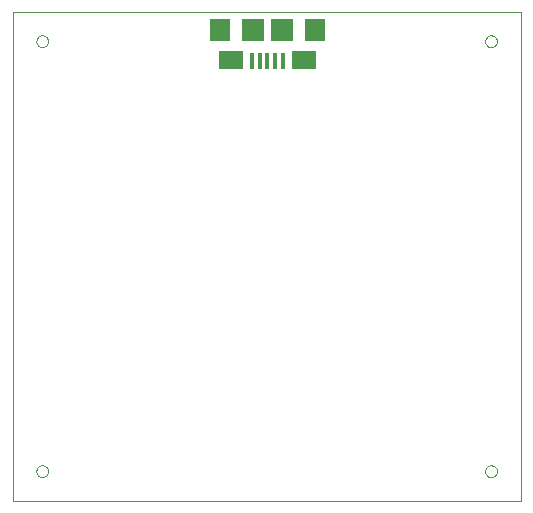
<source format=gtp>
G75*
%MOIN*%
%OFA0B0*%
%FSLAX24Y24*%
%IPPOS*%
%LPD*%
%AMOC8*
5,1,8,0,0,1.08239X$1,22.5*
%
%ADD10C,0.0000*%
%ADD11R,0.0157X0.0531*%
%ADD12R,0.0827X0.0630*%
%ADD13R,0.0709X0.0748*%
%ADD14R,0.0748X0.0748*%
D10*
X001093Y000180D02*
X001093Y016479D01*
X018022Y016479D01*
X018022Y000180D01*
X001093Y000180D01*
X001881Y001164D02*
X001883Y001191D01*
X001889Y001218D01*
X001898Y001244D01*
X001911Y001268D01*
X001927Y001291D01*
X001946Y001310D01*
X001968Y001327D01*
X001992Y001341D01*
X002017Y001351D01*
X002044Y001358D01*
X002071Y001361D01*
X002099Y001360D01*
X002126Y001355D01*
X002152Y001347D01*
X002176Y001335D01*
X002199Y001319D01*
X002220Y001301D01*
X002237Y001280D01*
X002252Y001256D01*
X002263Y001231D01*
X002271Y001205D01*
X002275Y001178D01*
X002275Y001150D01*
X002271Y001123D01*
X002263Y001097D01*
X002252Y001072D01*
X002237Y001048D01*
X002220Y001027D01*
X002199Y001009D01*
X002177Y000993D01*
X002152Y000981D01*
X002126Y000973D01*
X002099Y000968D01*
X002071Y000967D01*
X002044Y000970D01*
X002017Y000977D01*
X001992Y000987D01*
X001968Y001001D01*
X001946Y001018D01*
X001927Y001037D01*
X001911Y001060D01*
X001898Y001084D01*
X001889Y001110D01*
X001883Y001137D01*
X001881Y001164D01*
X001881Y015495D02*
X001883Y015522D01*
X001889Y015549D01*
X001898Y015575D01*
X001911Y015599D01*
X001927Y015622D01*
X001946Y015641D01*
X001968Y015658D01*
X001992Y015672D01*
X002017Y015682D01*
X002044Y015689D01*
X002071Y015692D01*
X002099Y015691D01*
X002126Y015686D01*
X002152Y015678D01*
X002176Y015666D01*
X002199Y015650D01*
X002220Y015632D01*
X002237Y015611D01*
X002252Y015587D01*
X002263Y015562D01*
X002271Y015536D01*
X002275Y015509D01*
X002275Y015481D01*
X002271Y015454D01*
X002263Y015428D01*
X002252Y015403D01*
X002237Y015379D01*
X002220Y015358D01*
X002199Y015340D01*
X002177Y015324D01*
X002152Y015312D01*
X002126Y015304D01*
X002099Y015299D01*
X002071Y015298D01*
X002044Y015301D01*
X002017Y015308D01*
X001992Y015318D01*
X001968Y015332D01*
X001946Y015349D01*
X001927Y015368D01*
X001911Y015391D01*
X001898Y015415D01*
X001889Y015441D01*
X001883Y015468D01*
X001881Y015495D01*
X016841Y015495D02*
X016843Y015522D01*
X016849Y015549D01*
X016858Y015575D01*
X016871Y015599D01*
X016887Y015622D01*
X016906Y015641D01*
X016928Y015658D01*
X016952Y015672D01*
X016977Y015682D01*
X017004Y015689D01*
X017031Y015692D01*
X017059Y015691D01*
X017086Y015686D01*
X017112Y015678D01*
X017136Y015666D01*
X017159Y015650D01*
X017180Y015632D01*
X017197Y015611D01*
X017212Y015587D01*
X017223Y015562D01*
X017231Y015536D01*
X017235Y015509D01*
X017235Y015481D01*
X017231Y015454D01*
X017223Y015428D01*
X017212Y015403D01*
X017197Y015379D01*
X017180Y015358D01*
X017159Y015340D01*
X017137Y015324D01*
X017112Y015312D01*
X017086Y015304D01*
X017059Y015299D01*
X017031Y015298D01*
X017004Y015301D01*
X016977Y015308D01*
X016952Y015318D01*
X016928Y015332D01*
X016906Y015349D01*
X016887Y015368D01*
X016871Y015391D01*
X016858Y015415D01*
X016849Y015441D01*
X016843Y015468D01*
X016841Y015495D01*
X016841Y001164D02*
X016843Y001191D01*
X016849Y001218D01*
X016858Y001244D01*
X016871Y001268D01*
X016887Y001291D01*
X016906Y001310D01*
X016928Y001327D01*
X016952Y001341D01*
X016977Y001351D01*
X017004Y001358D01*
X017031Y001361D01*
X017059Y001360D01*
X017086Y001355D01*
X017112Y001347D01*
X017136Y001335D01*
X017159Y001319D01*
X017180Y001301D01*
X017197Y001280D01*
X017212Y001256D01*
X017223Y001231D01*
X017231Y001205D01*
X017235Y001178D01*
X017235Y001150D01*
X017231Y001123D01*
X017223Y001097D01*
X017212Y001072D01*
X017197Y001048D01*
X017180Y001027D01*
X017159Y001009D01*
X017137Y000993D01*
X017112Y000981D01*
X017086Y000973D01*
X017059Y000968D01*
X017031Y000967D01*
X017004Y000970D01*
X016977Y000977D01*
X016952Y000987D01*
X016928Y001001D01*
X016906Y001018D01*
X016887Y001037D01*
X016871Y001060D01*
X016858Y001084D01*
X016849Y001110D01*
X016843Y001137D01*
X016841Y001164D01*
D11*
X010095Y014826D03*
X009839Y014826D03*
X009583Y014826D03*
X009327Y014826D03*
X009071Y014826D03*
D12*
X008363Y014875D03*
X010804Y014875D03*
D13*
X011158Y015879D03*
X008008Y015879D03*
D14*
X009111Y015879D03*
X010056Y015879D03*
M02*

</source>
